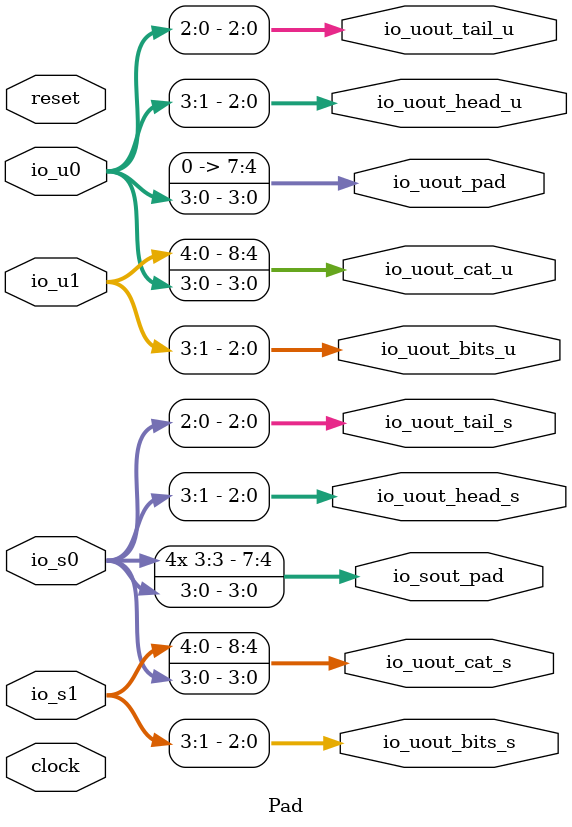
<source format=v>
module Pad(
  input        clock,
  input        reset,
  input  [3:0] io_u0,
  input  [4:0] io_u1,
  input  [3:0] io_s0,
  input  [4:0] io_s1,
  output [8:0] io_uout_cat_u,
  output [8:0] io_uout_cat_s,
  output [7:0] io_uout_pad,
  output [7:0] io_sout_pad,
  output [2:0] io_uout_bits_u,
  output [2:0] io_uout_bits_s,
  output [2:0] io_uout_head_u,
  output [2:0] io_uout_head_s,
  output [2:0] io_uout_tail_u,
  output [2:0] io_uout_tail_s
);
  assign io_uout_cat_u = {io_u1,io_u0}; // @[Cat.scala 30:58]
  assign io_uout_cat_s = {io_s1,io_s0}; // @[Cat.scala 30:58]
  assign io_uout_pad = {{4'd0}, io_u0}; // @[Pad.scala 27:27]
  assign io_sout_pad = {{4{io_s0[3]}},io_s0}; // @[Pad.scala 28:27]
  assign io_uout_bits_u = io_u1[3:1]; // @[Pad.scala 30:26]
  assign io_uout_bits_s = io_s1[3:1]; // @[Pad.scala 31:26]
  assign io_uout_head_u = io_u0[3:1]; // @[Pad.scala 33:31]
  assign io_uout_head_s = io_s0[3:1]; // @[Pad.scala 34:31]
  assign io_uout_tail_u = io_u0[2:0]; // @[Pad.scala 35:31]
  assign io_uout_tail_s = io_s0[2:0]; // @[Pad.scala 36:31]
endmodule

</source>
